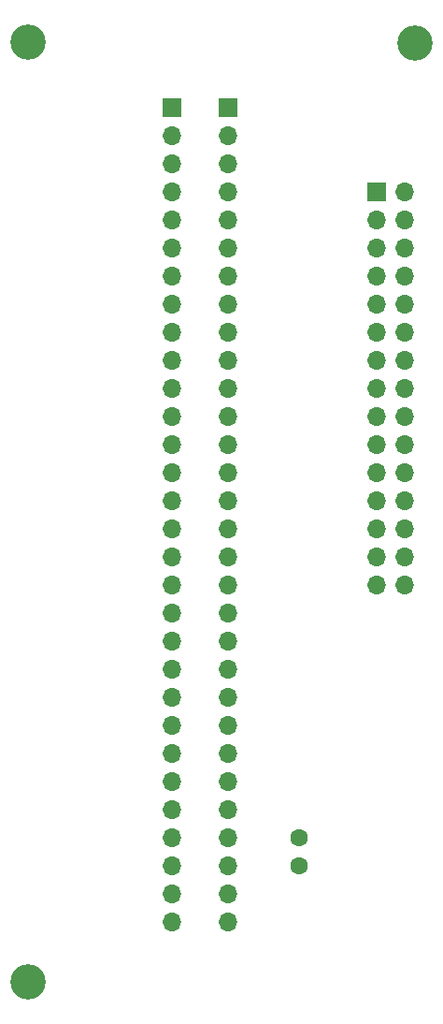
<source format=gbr>
%TF.GenerationSoftware,KiCad,Pcbnew,(5.99.0-7356-g63088e8bdb)*%
%TF.CreationDate,2021-06-15T12:34:34+08:00*%
%TF.ProjectId,AdapterCartdrigeProd,41646170-7465-4724-9361-727464726967,rev?*%
%TF.SameCoordinates,Original*%
%TF.FileFunction,Soldermask,Bot*%
%TF.FilePolarity,Negative*%
%FSLAX46Y46*%
G04 Gerber Fmt 4.6, Leading zero omitted, Abs format (unit mm)*
G04 Created by KiCad (PCBNEW (5.99.0-7356-g63088e8bdb)) date 2021-06-15 12:34:34*
%MOMM*%
%LPD*%
G01*
G04 APERTURE LIST*
%ADD10C,3.200000*%
%ADD11R,1.700000X1.700000*%
%ADD12O,1.700000X1.700000*%
%ADD13C,1.600000*%
G04 APERTURE END LIST*
D10*
%TO.C,H3*%
X129000000Y-37100000D03*
%TD*%
%TO.C,H2*%
X94000000Y-122000000D03*
%TD*%
D11*
%TO.C,J1*%
X125603000Y-50546000D03*
D12*
X128143000Y-50546000D03*
X125603000Y-53086000D03*
X128143000Y-53086000D03*
X125603000Y-55626000D03*
X128143000Y-55626000D03*
X125603000Y-58166000D03*
X128143000Y-58166000D03*
X125603000Y-60706000D03*
X128143000Y-60706000D03*
X125603000Y-63246000D03*
X128143000Y-63246000D03*
X125603000Y-65786000D03*
X128143000Y-65786000D03*
X125603000Y-68326000D03*
X128143000Y-68326000D03*
X125603000Y-70866000D03*
X128143000Y-70866000D03*
X125603000Y-73406000D03*
X128143000Y-73406000D03*
X125603000Y-75946000D03*
X128143000Y-75946000D03*
X125603000Y-78486000D03*
X128143000Y-78486000D03*
X125603000Y-81026000D03*
X128143000Y-81026000D03*
X125603000Y-83566000D03*
X128143000Y-83566000D03*
X125603000Y-86106000D03*
X128143000Y-86106000D03*
%TD*%
D10*
%TO.C,H1*%
X94000000Y-37000000D03*
%TD*%
D13*
%TO.C,C1*%
X118553798Y-108966000D03*
X118553798Y-111466000D03*
%TD*%
D11*
%TO.C,U1*%
X112141000Y-42926000D03*
X107061000Y-42926000D03*
D12*
X107061000Y-45466000D03*
X112141000Y-45466000D03*
X112141000Y-48006000D03*
X107061000Y-48006000D03*
X112141000Y-50546000D03*
X107061000Y-50546000D03*
X107061000Y-53086000D03*
X112141000Y-53086000D03*
X107061000Y-55626000D03*
X112141000Y-55626000D03*
X107061000Y-58166000D03*
X112141000Y-58166000D03*
X107061000Y-60706000D03*
X112141000Y-60706000D03*
X107061000Y-63246000D03*
X112141000Y-63246000D03*
X107061000Y-65786000D03*
X112141000Y-65786000D03*
X107061000Y-68326000D03*
X112141000Y-68326000D03*
X112141000Y-70866000D03*
X107061000Y-70866000D03*
X107061000Y-73406000D03*
X112141000Y-73406000D03*
X107061000Y-75946000D03*
X112141000Y-75946000D03*
X112141000Y-78486000D03*
X107061000Y-78486000D03*
X112141000Y-81026000D03*
X107061000Y-81026000D03*
X107061000Y-83566000D03*
X112141000Y-83566000D03*
X112141000Y-86106000D03*
X107061000Y-86106000D03*
X112141000Y-88646000D03*
X107061000Y-88646000D03*
X107061000Y-91186000D03*
X112141000Y-91186000D03*
X112141000Y-93726000D03*
X107061000Y-93726000D03*
X107061000Y-96266000D03*
X112141000Y-96266000D03*
X107061000Y-98806000D03*
X112141000Y-98806000D03*
X107061000Y-101346000D03*
X112141000Y-101346000D03*
X107061000Y-103886000D03*
X112141000Y-103886000D03*
X107061000Y-106426000D03*
X112141000Y-106426000D03*
X107061000Y-108966000D03*
X112141000Y-108966000D03*
X107061000Y-111506000D03*
X112141000Y-111506000D03*
X112141000Y-114046000D03*
X107061000Y-114046000D03*
X107061000Y-116586000D03*
X112141000Y-116586000D03*
%TD*%
M02*

</source>
